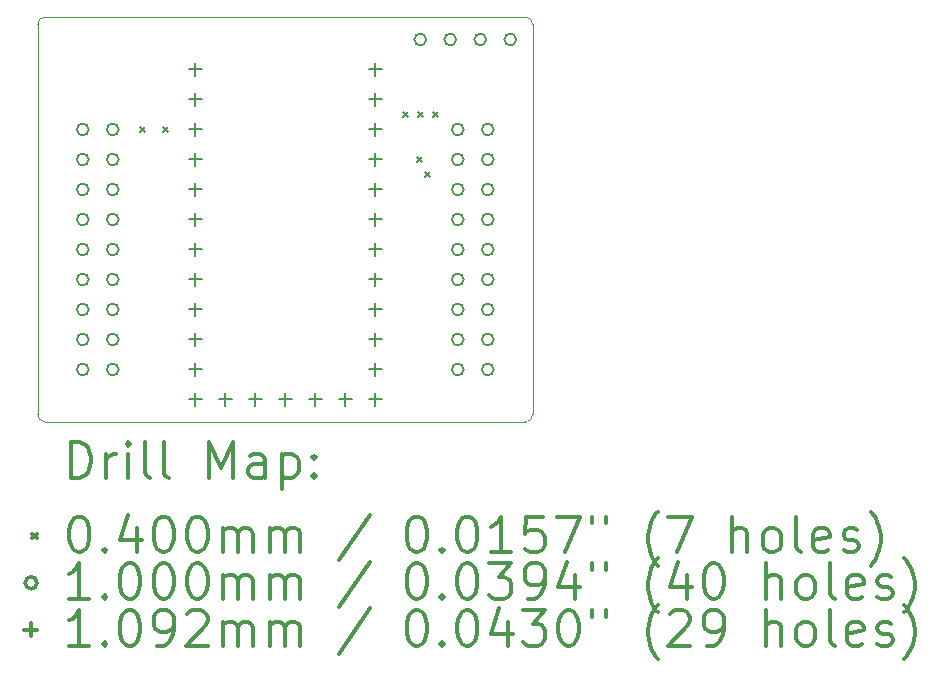
<source format=gbr>
%FSLAX45Y45*%
G04 Gerber Fmt 4.5, Leading zero omitted, Abs format (unit mm)*
G04 Created by KiCad (PCBNEW (5.1.12-1-10_14)) date 2021-11-21 00:24:22*
%MOMM*%
%LPD*%
G01*
G04 APERTURE LIST*
%TA.AperFunction,Profile*%
%ADD10C,0.120000*%
%TD*%
%ADD11C,0.200000*%
%ADD12C,0.300000*%
G04 APERTURE END LIST*
D10*
X16002000Y-4508500D02*
G75*
G02*
X16065500Y-4572000I0J-63500D01*
G01*
X16065500Y-7874000D02*
G75*
G02*
X16002000Y-7937500I-63500J0D01*
G01*
X11874500Y-4572000D02*
G75*
G02*
X11938000Y-4508500I63500J0D01*
G01*
X11938000Y-7937500D02*
G75*
G02*
X11874500Y-7874000I0J63500D01*
G01*
X11874500Y-7874000D02*
X11874500Y-4572000D01*
X16002000Y-7937500D02*
X11938000Y-7937500D01*
X16065500Y-4572000D02*
X16065500Y-7874000D01*
X11938000Y-4508500D02*
X16002000Y-4508500D01*
D11*
X12743500Y-5441000D02*
X12783500Y-5481000D01*
X12783500Y-5441000D02*
X12743500Y-5481000D01*
X12934000Y-5441000D02*
X12974000Y-5481000D01*
X12974000Y-5441000D02*
X12934000Y-5481000D01*
X14966000Y-5314000D02*
X15006000Y-5354000D01*
X15006000Y-5314000D02*
X14966000Y-5354000D01*
X15083999Y-5695000D02*
X15123999Y-5735000D01*
X15123999Y-5695000D02*
X15083999Y-5735000D01*
X15093000Y-5314000D02*
X15133000Y-5354000D01*
X15133000Y-5314000D02*
X15093000Y-5354000D01*
X15156496Y-5822000D02*
X15196496Y-5862000D01*
X15196496Y-5822000D02*
X15156496Y-5862000D01*
X15220000Y-5314000D02*
X15260000Y-5354000D01*
X15260000Y-5314000D02*
X15220000Y-5354000D01*
X12305500Y-5461000D02*
G75*
G03*
X12305500Y-5461000I-50000J0D01*
G01*
X12305500Y-5715000D02*
G75*
G03*
X12305500Y-5715000I-50000J0D01*
G01*
X12305500Y-5969000D02*
G75*
G03*
X12305500Y-5969000I-50000J0D01*
G01*
X12305500Y-6223000D02*
G75*
G03*
X12305500Y-6223000I-50000J0D01*
G01*
X12305500Y-6477000D02*
G75*
G03*
X12305500Y-6477000I-50000J0D01*
G01*
X12305500Y-6731000D02*
G75*
G03*
X12305500Y-6731000I-50000J0D01*
G01*
X12305500Y-6985000D02*
G75*
G03*
X12305500Y-6985000I-50000J0D01*
G01*
X12305500Y-7239000D02*
G75*
G03*
X12305500Y-7239000I-50000J0D01*
G01*
X12305500Y-7493000D02*
G75*
G03*
X12305500Y-7493000I-50000J0D01*
G01*
X12559500Y-5461000D02*
G75*
G03*
X12559500Y-5461000I-50000J0D01*
G01*
X12559500Y-5715000D02*
G75*
G03*
X12559500Y-5715000I-50000J0D01*
G01*
X12559500Y-5969000D02*
G75*
G03*
X12559500Y-5969000I-50000J0D01*
G01*
X12559500Y-6223000D02*
G75*
G03*
X12559500Y-6223000I-50000J0D01*
G01*
X12559500Y-6477000D02*
G75*
G03*
X12559500Y-6477000I-50000J0D01*
G01*
X12559500Y-6731000D02*
G75*
G03*
X12559500Y-6731000I-50000J0D01*
G01*
X12559500Y-6985000D02*
G75*
G03*
X12559500Y-6985000I-50000J0D01*
G01*
X12559500Y-7239000D02*
G75*
G03*
X12559500Y-7239000I-50000J0D01*
G01*
X12559500Y-7493000D02*
G75*
G03*
X12559500Y-7493000I-50000J0D01*
G01*
X15163000Y-4699000D02*
G75*
G03*
X15163000Y-4699000I-50000J0D01*
G01*
X15417000Y-4699000D02*
G75*
G03*
X15417000Y-4699000I-50000J0D01*
G01*
X15480500Y-5461000D02*
G75*
G03*
X15480500Y-5461000I-50000J0D01*
G01*
X15480500Y-5715000D02*
G75*
G03*
X15480500Y-5715000I-50000J0D01*
G01*
X15480500Y-5969000D02*
G75*
G03*
X15480500Y-5969000I-50000J0D01*
G01*
X15480500Y-6223000D02*
G75*
G03*
X15480500Y-6223000I-50000J0D01*
G01*
X15480500Y-6477000D02*
G75*
G03*
X15480500Y-6477000I-50000J0D01*
G01*
X15480500Y-6731000D02*
G75*
G03*
X15480500Y-6731000I-50000J0D01*
G01*
X15480500Y-6985000D02*
G75*
G03*
X15480500Y-6985000I-50000J0D01*
G01*
X15480500Y-7239000D02*
G75*
G03*
X15480500Y-7239000I-50000J0D01*
G01*
X15480500Y-7493000D02*
G75*
G03*
X15480500Y-7493000I-50000J0D01*
G01*
X15671000Y-4699000D02*
G75*
G03*
X15671000Y-4699000I-50000J0D01*
G01*
X15734500Y-5461000D02*
G75*
G03*
X15734500Y-5461000I-50000J0D01*
G01*
X15734500Y-5715000D02*
G75*
G03*
X15734500Y-5715000I-50000J0D01*
G01*
X15734500Y-5969000D02*
G75*
G03*
X15734500Y-5969000I-50000J0D01*
G01*
X15734500Y-6223000D02*
G75*
G03*
X15734500Y-6223000I-50000J0D01*
G01*
X15734500Y-6477000D02*
G75*
G03*
X15734500Y-6477000I-50000J0D01*
G01*
X15734500Y-6731000D02*
G75*
G03*
X15734500Y-6731000I-50000J0D01*
G01*
X15734500Y-6985000D02*
G75*
G03*
X15734500Y-6985000I-50000J0D01*
G01*
X15734500Y-7239000D02*
G75*
G03*
X15734500Y-7239000I-50000J0D01*
G01*
X15734500Y-7493000D02*
G75*
G03*
X15734500Y-7493000I-50000J0D01*
G01*
X15925000Y-4699000D02*
G75*
G03*
X15925000Y-4699000I-50000J0D01*
G01*
X13208000Y-4898390D02*
X13208000Y-5007610D01*
X13153390Y-4953000D02*
X13262610Y-4953000D01*
X13208000Y-5152390D02*
X13208000Y-5261610D01*
X13153390Y-5207000D02*
X13262610Y-5207000D01*
X13208000Y-5406390D02*
X13208000Y-5515610D01*
X13153390Y-5461000D02*
X13262610Y-5461000D01*
X13208000Y-5660390D02*
X13208000Y-5769610D01*
X13153390Y-5715000D02*
X13262610Y-5715000D01*
X13208000Y-5914390D02*
X13208000Y-6023610D01*
X13153390Y-5969000D02*
X13262610Y-5969000D01*
X13208000Y-6168390D02*
X13208000Y-6277610D01*
X13153390Y-6223000D02*
X13262610Y-6223000D01*
X13208000Y-6422390D02*
X13208000Y-6531610D01*
X13153390Y-6477000D02*
X13262610Y-6477000D01*
X13208000Y-6676390D02*
X13208000Y-6785610D01*
X13153390Y-6731000D02*
X13262610Y-6731000D01*
X13208000Y-6930390D02*
X13208000Y-7039610D01*
X13153390Y-6985000D02*
X13262610Y-6985000D01*
X13208000Y-7184390D02*
X13208000Y-7293610D01*
X13153390Y-7239000D02*
X13262610Y-7239000D01*
X13208000Y-7438390D02*
X13208000Y-7547610D01*
X13153390Y-7493000D02*
X13262610Y-7493000D01*
X13208000Y-7692390D02*
X13208000Y-7801610D01*
X13153390Y-7747000D02*
X13262610Y-7747000D01*
X13462000Y-7692390D02*
X13462000Y-7801610D01*
X13407390Y-7747000D02*
X13516610Y-7747000D01*
X13716000Y-7692390D02*
X13716000Y-7801610D01*
X13661390Y-7747000D02*
X13770610Y-7747000D01*
X13970000Y-7692390D02*
X13970000Y-7801610D01*
X13915390Y-7747000D02*
X14024610Y-7747000D01*
X14224000Y-7692390D02*
X14224000Y-7801610D01*
X14169390Y-7747000D02*
X14278610Y-7747000D01*
X14478000Y-7692390D02*
X14478000Y-7801610D01*
X14423390Y-7747000D02*
X14532610Y-7747000D01*
X14732000Y-4898390D02*
X14732000Y-5007610D01*
X14677390Y-4953000D02*
X14786610Y-4953000D01*
X14732000Y-5152390D02*
X14732000Y-5261610D01*
X14677390Y-5207000D02*
X14786610Y-5207000D01*
X14732000Y-5406390D02*
X14732000Y-5515610D01*
X14677390Y-5461000D02*
X14786610Y-5461000D01*
X14732000Y-5660390D02*
X14732000Y-5769610D01*
X14677390Y-5715000D02*
X14786610Y-5715000D01*
X14732000Y-5914390D02*
X14732000Y-6023610D01*
X14677390Y-5969000D02*
X14786610Y-5969000D01*
X14732000Y-6168390D02*
X14732000Y-6277610D01*
X14677390Y-6223000D02*
X14786610Y-6223000D01*
X14732000Y-6422390D02*
X14732000Y-6531610D01*
X14677390Y-6477000D02*
X14786610Y-6477000D01*
X14732000Y-6676390D02*
X14732000Y-6785610D01*
X14677390Y-6731000D02*
X14786610Y-6731000D01*
X14732000Y-6930390D02*
X14732000Y-7039610D01*
X14677390Y-6985000D02*
X14786610Y-6985000D01*
X14732000Y-7184390D02*
X14732000Y-7293610D01*
X14677390Y-7239000D02*
X14786610Y-7239000D01*
X14732000Y-7438390D02*
X14732000Y-7547610D01*
X14677390Y-7493000D02*
X14786610Y-7493000D01*
X14732000Y-7692390D02*
X14732000Y-7801610D01*
X14677390Y-7747000D02*
X14786610Y-7747000D01*
D12*
X12154928Y-8409214D02*
X12154928Y-8109214D01*
X12226357Y-8109214D01*
X12269214Y-8123500D01*
X12297786Y-8152071D01*
X12312071Y-8180643D01*
X12326357Y-8237786D01*
X12326357Y-8280643D01*
X12312071Y-8337786D01*
X12297786Y-8366357D01*
X12269214Y-8394929D01*
X12226357Y-8409214D01*
X12154928Y-8409214D01*
X12454928Y-8409214D02*
X12454928Y-8209214D01*
X12454928Y-8266357D02*
X12469214Y-8237786D01*
X12483500Y-8223500D01*
X12512071Y-8209214D01*
X12540643Y-8209214D01*
X12640643Y-8409214D02*
X12640643Y-8209214D01*
X12640643Y-8109214D02*
X12626357Y-8123500D01*
X12640643Y-8137786D01*
X12654928Y-8123500D01*
X12640643Y-8109214D01*
X12640643Y-8137786D01*
X12826357Y-8409214D02*
X12797786Y-8394929D01*
X12783500Y-8366357D01*
X12783500Y-8109214D01*
X12983500Y-8409214D02*
X12954928Y-8394929D01*
X12940643Y-8366357D01*
X12940643Y-8109214D01*
X13326357Y-8409214D02*
X13326357Y-8109214D01*
X13426357Y-8323500D01*
X13526357Y-8109214D01*
X13526357Y-8409214D01*
X13797786Y-8409214D02*
X13797786Y-8252071D01*
X13783500Y-8223500D01*
X13754928Y-8209214D01*
X13697786Y-8209214D01*
X13669214Y-8223500D01*
X13797786Y-8394929D02*
X13769214Y-8409214D01*
X13697786Y-8409214D01*
X13669214Y-8394929D01*
X13654928Y-8366357D01*
X13654928Y-8337786D01*
X13669214Y-8309214D01*
X13697786Y-8294929D01*
X13769214Y-8294929D01*
X13797786Y-8280643D01*
X13940643Y-8209214D02*
X13940643Y-8509214D01*
X13940643Y-8223500D02*
X13969214Y-8209214D01*
X14026357Y-8209214D01*
X14054928Y-8223500D01*
X14069214Y-8237786D01*
X14083500Y-8266357D01*
X14083500Y-8352071D01*
X14069214Y-8380643D01*
X14054928Y-8394929D01*
X14026357Y-8409214D01*
X13969214Y-8409214D01*
X13940643Y-8394929D01*
X14212071Y-8380643D02*
X14226357Y-8394929D01*
X14212071Y-8409214D01*
X14197786Y-8394929D01*
X14212071Y-8380643D01*
X14212071Y-8409214D01*
X14212071Y-8223500D02*
X14226357Y-8237786D01*
X14212071Y-8252071D01*
X14197786Y-8237786D01*
X14212071Y-8223500D01*
X14212071Y-8252071D01*
X11828500Y-8883500D02*
X11868500Y-8923500D01*
X11868500Y-8883500D02*
X11828500Y-8923500D01*
X12212071Y-8739214D02*
X12240643Y-8739214D01*
X12269214Y-8753500D01*
X12283500Y-8767786D01*
X12297786Y-8796357D01*
X12312071Y-8853500D01*
X12312071Y-8924929D01*
X12297786Y-8982072D01*
X12283500Y-9010643D01*
X12269214Y-9024929D01*
X12240643Y-9039214D01*
X12212071Y-9039214D01*
X12183500Y-9024929D01*
X12169214Y-9010643D01*
X12154928Y-8982072D01*
X12140643Y-8924929D01*
X12140643Y-8853500D01*
X12154928Y-8796357D01*
X12169214Y-8767786D01*
X12183500Y-8753500D01*
X12212071Y-8739214D01*
X12440643Y-9010643D02*
X12454928Y-9024929D01*
X12440643Y-9039214D01*
X12426357Y-9024929D01*
X12440643Y-9010643D01*
X12440643Y-9039214D01*
X12712071Y-8839214D02*
X12712071Y-9039214D01*
X12640643Y-8724929D02*
X12569214Y-8939214D01*
X12754928Y-8939214D01*
X12926357Y-8739214D02*
X12954928Y-8739214D01*
X12983500Y-8753500D01*
X12997786Y-8767786D01*
X13012071Y-8796357D01*
X13026357Y-8853500D01*
X13026357Y-8924929D01*
X13012071Y-8982072D01*
X12997786Y-9010643D01*
X12983500Y-9024929D01*
X12954928Y-9039214D01*
X12926357Y-9039214D01*
X12897786Y-9024929D01*
X12883500Y-9010643D01*
X12869214Y-8982072D01*
X12854928Y-8924929D01*
X12854928Y-8853500D01*
X12869214Y-8796357D01*
X12883500Y-8767786D01*
X12897786Y-8753500D01*
X12926357Y-8739214D01*
X13212071Y-8739214D02*
X13240643Y-8739214D01*
X13269214Y-8753500D01*
X13283500Y-8767786D01*
X13297786Y-8796357D01*
X13312071Y-8853500D01*
X13312071Y-8924929D01*
X13297786Y-8982072D01*
X13283500Y-9010643D01*
X13269214Y-9024929D01*
X13240643Y-9039214D01*
X13212071Y-9039214D01*
X13183500Y-9024929D01*
X13169214Y-9010643D01*
X13154928Y-8982072D01*
X13140643Y-8924929D01*
X13140643Y-8853500D01*
X13154928Y-8796357D01*
X13169214Y-8767786D01*
X13183500Y-8753500D01*
X13212071Y-8739214D01*
X13440643Y-9039214D02*
X13440643Y-8839214D01*
X13440643Y-8867786D02*
X13454928Y-8853500D01*
X13483500Y-8839214D01*
X13526357Y-8839214D01*
X13554928Y-8853500D01*
X13569214Y-8882072D01*
X13569214Y-9039214D01*
X13569214Y-8882072D02*
X13583500Y-8853500D01*
X13612071Y-8839214D01*
X13654928Y-8839214D01*
X13683500Y-8853500D01*
X13697786Y-8882072D01*
X13697786Y-9039214D01*
X13840643Y-9039214D02*
X13840643Y-8839214D01*
X13840643Y-8867786D02*
X13854928Y-8853500D01*
X13883500Y-8839214D01*
X13926357Y-8839214D01*
X13954928Y-8853500D01*
X13969214Y-8882072D01*
X13969214Y-9039214D01*
X13969214Y-8882072D02*
X13983500Y-8853500D01*
X14012071Y-8839214D01*
X14054928Y-8839214D01*
X14083500Y-8853500D01*
X14097786Y-8882072D01*
X14097786Y-9039214D01*
X14683500Y-8724929D02*
X14426357Y-9110643D01*
X15069214Y-8739214D02*
X15097786Y-8739214D01*
X15126357Y-8753500D01*
X15140643Y-8767786D01*
X15154928Y-8796357D01*
X15169214Y-8853500D01*
X15169214Y-8924929D01*
X15154928Y-8982072D01*
X15140643Y-9010643D01*
X15126357Y-9024929D01*
X15097786Y-9039214D01*
X15069214Y-9039214D01*
X15040643Y-9024929D01*
X15026357Y-9010643D01*
X15012071Y-8982072D01*
X14997786Y-8924929D01*
X14997786Y-8853500D01*
X15012071Y-8796357D01*
X15026357Y-8767786D01*
X15040643Y-8753500D01*
X15069214Y-8739214D01*
X15297786Y-9010643D02*
X15312071Y-9024929D01*
X15297786Y-9039214D01*
X15283500Y-9024929D01*
X15297786Y-9010643D01*
X15297786Y-9039214D01*
X15497786Y-8739214D02*
X15526357Y-8739214D01*
X15554928Y-8753500D01*
X15569214Y-8767786D01*
X15583500Y-8796357D01*
X15597786Y-8853500D01*
X15597786Y-8924929D01*
X15583500Y-8982072D01*
X15569214Y-9010643D01*
X15554928Y-9024929D01*
X15526357Y-9039214D01*
X15497786Y-9039214D01*
X15469214Y-9024929D01*
X15454928Y-9010643D01*
X15440643Y-8982072D01*
X15426357Y-8924929D01*
X15426357Y-8853500D01*
X15440643Y-8796357D01*
X15454928Y-8767786D01*
X15469214Y-8753500D01*
X15497786Y-8739214D01*
X15883500Y-9039214D02*
X15712071Y-9039214D01*
X15797786Y-9039214D02*
X15797786Y-8739214D01*
X15769214Y-8782072D01*
X15740643Y-8810643D01*
X15712071Y-8824929D01*
X16154928Y-8739214D02*
X16012071Y-8739214D01*
X15997786Y-8882072D01*
X16012071Y-8867786D01*
X16040643Y-8853500D01*
X16112071Y-8853500D01*
X16140643Y-8867786D01*
X16154928Y-8882072D01*
X16169214Y-8910643D01*
X16169214Y-8982072D01*
X16154928Y-9010643D01*
X16140643Y-9024929D01*
X16112071Y-9039214D01*
X16040643Y-9039214D01*
X16012071Y-9024929D01*
X15997786Y-9010643D01*
X16269214Y-8739214D02*
X16469214Y-8739214D01*
X16340643Y-9039214D01*
X16569214Y-8739214D02*
X16569214Y-8796357D01*
X16683500Y-8739214D02*
X16683500Y-8796357D01*
X17126357Y-9153500D02*
X17112071Y-9139214D01*
X17083500Y-9096357D01*
X17069214Y-9067786D01*
X17054928Y-9024929D01*
X17040643Y-8953500D01*
X17040643Y-8896357D01*
X17054928Y-8824929D01*
X17069214Y-8782072D01*
X17083500Y-8753500D01*
X17112071Y-8710643D01*
X17126357Y-8696357D01*
X17212071Y-8739214D02*
X17412071Y-8739214D01*
X17283500Y-9039214D01*
X17754928Y-9039214D02*
X17754928Y-8739214D01*
X17883500Y-9039214D02*
X17883500Y-8882072D01*
X17869214Y-8853500D01*
X17840643Y-8839214D01*
X17797786Y-8839214D01*
X17769214Y-8853500D01*
X17754928Y-8867786D01*
X18069214Y-9039214D02*
X18040643Y-9024929D01*
X18026357Y-9010643D01*
X18012071Y-8982072D01*
X18012071Y-8896357D01*
X18026357Y-8867786D01*
X18040643Y-8853500D01*
X18069214Y-8839214D01*
X18112071Y-8839214D01*
X18140643Y-8853500D01*
X18154928Y-8867786D01*
X18169214Y-8896357D01*
X18169214Y-8982072D01*
X18154928Y-9010643D01*
X18140643Y-9024929D01*
X18112071Y-9039214D01*
X18069214Y-9039214D01*
X18340643Y-9039214D02*
X18312071Y-9024929D01*
X18297786Y-8996357D01*
X18297786Y-8739214D01*
X18569214Y-9024929D02*
X18540643Y-9039214D01*
X18483500Y-9039214D01*
X18454928Y-9024929D01*
X18440643Y-8996357D01*
X18440643Y-8882072D01*
X18454928Y-8853500D01*
X18483500Y-8839214D01*
X18540643Y-8839214D01*
X18569214Y-8853500D01*
X18583500Y-8882072D01*
X18583500Y-8910643D01*
X18440643Y-8939214D01*
X18697786Y-9024929D02*
X18726357Y-9039214D01*
X18783500Y-9039214D01*
X18812071Y-9024929D01*
X18826357Y-8996357D01*
X18826357Y-8982072D01*
X18812071Y-8953500D01*
X18783500Y-8939214D01*
X18740643Y-8939214D01*
X18712071Y-8924929D01*
X18697786Y-8896357D01*
X18697786Y-8882072D01*
X18712071Y-8853500D01*
X18740643Y-8839214D01*
X18783500Y-8839214D01*
X18812071Y-8853500D01*
X18926357Y-9153500D02*
X18940643Y-9139214D01*
X18969214Y-9096357D01*
X18983500Y-9067786D01*
X18997786Y-9024929D01*
X19012071Y-8953500D01*
X19012071Y-8896357D01*
X18997786Y-8824929D01*
X18983500Y-8782072D01*
X18969214Y-8753500D01*
X18940643Y-8710643D01*
X18926357Y-8696357D01*
X11868500Y-9299500D02*
G75*
G03*
X11868500Y-9299500I-50000J0D01*
G01*
X12312071Y-9435214D02*
X12140643Y-9435214D01*
X12226357Y-9435214D02*
X12226357Y-9135214D01*
X12197786Y-9178072D01*
X12169214Y-9206643D01*
X12140643Y-9220929D01*
X12440643Y-9406643D02*
X12454928Y-9420929D01*
X12440643Y-9435214D01*
X12426357Y-9420929D01*
X12440643Y-9406643D01*
X12440643Y-9435214D01*
X12640643Y-9135214D02*
X12669214Y-9135214D01*
X12697786Y-9149500D01*
X12712071Y-9163786D01*
X12726357Y-9192357D01*
X12740643Y-9249500D01*
X12740643Y-9320929D01*
X12726357Y-9378072D01*
X12712071Y-9406643D01*
X12697786Y-9420929D01*
X12669214Y-9435214D01*
X12640643Y-9435214D01*
X12612071Y-9420929D01*
X12597786Y-9406643D01*
X12583500Y-9378072D01*
X12569214Y-9320929D01*
X12569214Y-9249500D01*
X12583500Y-9192357D01*
X12597786Y-9163786D01*
X12612071Y-9149500D01*
X12640643Y-9135214D01*
X12926357Y-9135214D02*
X12954928Y-9135214D01*
X12983500Y-9149500D01*
X12997786Y-9163786D01*
X13012071Y-9192357D01*
X13026357Y-9249500D01*
X13026357Y-9320929D01*
X13012071Y-9378072D01*
X12997786Y-9406643D01*
X12983500Y-9420929D01*
X12954928Y-9435214D01*
X12926357Y-9435214D01*
X12897786Y-9420929D01*
X12883500Y-9406643D01*
X12869214Y-9378072D01*
X12854928Y-9320929D01*
X12854928Y-9249500D01*
X12869214Y-9192357D01*
X12883500Y-9163786D01*
X12897786Y-9149500D01*
X12926357Y-9135214D01*
X13212071Y-9135214D02*
X13240643Y-9135214D01*
X13269214Y-9149500D01*
X13283500Y-9163786D01*
X13297786Y-9192357D01*
X13312071Y-9249500D01*
X13312071Y-9320929D01*
X13297786Y-9378072D01*
X13283500Y-9406643D01*
X13269214Y-9420929D01*
X13240643Y-9435214D01*
X13212071Y-9435214D01*
X13183500Y-9420929D01*
X13169214Y-9406643D01*
X13154928Y-9378072D01*
X13140643Y-9320929D01*
X13140643Y-9249500D01*
X13154928Y-9192357D01*
X13169214Y-9163786D01*
X13183500Y-9149500D01*
X13212071Y-9135214D01*
X13440643Y-9435214D02*
X13440643Y-9235214D01*
X13440643Y-9263786D02*
X13454928Y-9249500D01*
X13483500Y-9235214D01*
X13526357Y-9235214D01*
X13554928Y-9249500D01*
X13569214Y-9278072D01*
X13569214Y-9435214D01*
X13569214Y-9278072D02*
X13583500Y-9249500D01*
X13612071Y-9235214D01*
X13654928Y-9235214D01*
X13683500Y-9249500D01*
X13697786Y-9278072D01*
X13697786Y-9435214D01*
X13840643Y-9435214D02*
X13840643Y-9235214D01*
X13840643Y-9263786D02*
X13854928Y-9249500D01*
X13883500Y-9235214D01*
X13926357Y-9235214D01*
X13954928Y-9249500D01*
X13969214Y-9278072D01*
X13969214Y-9435214D01*
X13969214Y-9278072D02*
X13983500Y-9249500D01*
X14012071Y-9235214D01*
X14054928Y-9235214D01*
X14083500Y-9249500D01*
X14097786Y-9278072D01*
X14097786Y-9435214D01*
X14683500Y-9120929D02*
X14426357Y-9506643D01*
X15069214Y-9135214D02*
X15097786Y-9135214D01*
X15126357Y-9149500D01*
X15140643Y-9163786D01*
X15154928Y-9192357D01*
X15169214Y-9249500D01*
X15169214Y-9320929D01*
X15154928Y-9378072D01*
X15140643Y-9406643D01*
X15126357Y-9420929D01*
X15097786Y-9435214D01*
X15069214Y-9435214D01*
X15040643Y-9420929D01*
X15026357Y-9406643D01*
X15012071Y-9378072D01*
X14997786Y-9320929D01*
X14997786Y-9249500D01*
X15012071Y-9192357D01*
X15026357Y-9163786D01*
X15040643Y-9149500D01*
X15069214Y-9135214D01*
X15297786Y-9406643D02*
X15312071Y-9420929D01*
X15297786Y-9435214D01*
X15283500Y-9420929D01*
X15297786Y-9406643D01*
X15297786Y-9435214D01*
X15497786Y-9135214D02*
X15526357Y-9135214D01*
X15554928Y-9149500D01*
X15569214Y-9163786D01*
X15583500Y-9192357D01*
X15597786Y-9249500D01*
X15597786Y-9320929D01*
X15583500Y-9378072D01*
X15569214Y-9406643D01*
X15554928Y-9420929D01*
X15526357Y-9435214D01*
X15497786Y-9435214D01*
X15469214Y-9420929D01*
X15454928Y-9406643D01*
X15440643Y-9378072D01*
X15426357Y-9320929D01*
X15426357Y-9249500D01*
X15440643Y-9192357D01*
X15454928Y-9163786D01*
X15469214Y-9149500D01*
X15497786Y-9135214D01*
X15697786Y-9135214D02*
X15883500Y-9135214D01*
X15783500Y-9249500D01*
X15826357Y-9249500D01*
X15854928Y-9263786D01*
X15869214Y-9278072D01*
X15883500Y-9306643D01*
X15883500Y-9378072D01*
X15869214Y-9406643D01*
X15854928Y-9420929D01*
X15826357Y-9435214D01*
X15740643Y-9435214D01*
X15712071Y-9420929D01*
X15697786Y-9406643D01*
X16026357Y-9435214D02*
X16083500Y-9435214D01*
X16112071Y-9420929D01*
X16126357Y-9406643D01*
X16154928Y-9363786D01*
X16169214Y-9306643D01*
X16169214Y-9192357D01*
X16154928Y-9163786D01*
X16140643Y-9149500D01*
X16112071Y-9135214D01*
X16054928Y-9135214D01*
X16026357Y-9149500D01*
X16012071Y-9163786D01*
X15997786Y-9192357D01*
X15997786Y-9263786D01*
X16012071Y-9292357D01*
X16026357Y-9306643D01*
X16054928Y-9320929D01*
X16112071Y-9320929D01*
X16140643Y-9306643D01*
X16154928Y-9292357D01*
X16169214Y-9263786D01*
X16426357Y-9235214D02*
X16426357Y-9435214D01*
X16354928Y-9120929D02*
X16283500Y-9335214D01*
X16469214Y-9335214D01*
X16569214Y-9135214D02*
X16569214Y-9192357D01*
X16683500Y-9135214D02*
X16683500Y-9192357D01*
X17126357Y-9549500D02*
X17112071Y-9535214D01*
X17083500Y-9492357D01*
X17069214Y-9463786D01*
X17054928Y-9420929D01*
X17040643Y-9349500D01*
X17040643Y-9292357D01*
X17054928Y-9220929D01*
X17069214Y-9178072D01*
X17083500Y-9149500D01*
X17112071Y-9106643D01*
X17126357Y-9092357D01*
X17369214Y-9235214D02*
X17369214Y-9435214D01*
X17297786Y-9120929D02*
X17226357Y-9335214D01*
X17412071Y-9335214D01*
X17583500Y-9135214D02*
X17612071Y-9135214D01*
X17640643Y-9149500D01*
X17654928Y-9163786D01*
X17669214Y-9192357D01*
X17683500Y-9249500D01*
X17683500Y-9320929D01*
X17669214Y-9378072D01*
X17654928Y-9406643D01*
X17640643Y-9420929D01*
X17612071Y-9435214D01*
X17583500Y-9435214D01*
X17554928Y-9420929D01*
X17540643Y-9406643D01*
X17526357Y-9378072D01*
X17512071Y-9320929D01*
X17512071Y-9249500D01*
X17526357Y-9192357D01*
X17540643Y-9163786D01*
X17554928Y-9149500D01*
X17583500Y-9135214D01*
X18040643Y-9435214D02*
X18040643Y-9135214D01*
X18169214Y-9435214D02*
X18169214Y-9278072D01*
X18154928Y-9249500D01*
X18126357Y-9235214D01*
X18083500Y-9235214D01*
X18054928Y-9249500D01*
X18040643Y-9263786D01*
X18354928Y-9435214D02*
X18326357Y-9420929D01*
X18312071Y-9406643D01*
X18297786Y-9378072D01*
X18297786Y-9292357D01*
X18312071Y-9263786D01*
X18326357Y-9249500D01*
X18354928Y-9235214D01*
X18397786Y-9235214D01*
X18426357Y-9249500D01*
X18440643Y-9263786D01*
X18454928Y-9292357D01*
X18454928Y-9378072D01*
X18440643Y-9406643D01*
X18426357Y-9420929D01*
X18397786Y-9435214D01*
X18354928Y-9435214D01*
X18626357Y-9435214D02*
X18597786Y-9420929D01*
X18583500Y-9392357D01*
X18583500Y-9135214D01*
X18854928Y-9420929D02*
X18826357Y-9435214D01*
X18769214Y-9435214D01*
X18740643Y-9420929D01*
X18726357Y-9392357D01*
X18726357Y-9278072D01*
X18740643Y-9249500D01*
X18769214Y-9235214D01*
X18826357Y-9235214D01*
X18854928Y-9249500D01*
X18869214Y-9278072D01*
X18869214Y-9306643D01*
X18726357Y-9335214D01*
X18983500Y-9420929D02*
X19012071Y-9435214D01*
X19069214Y-9435214D01*
X19097786Y-9420929D01*
X19112071Y-9392357D01*
X19112071Y-9378072D01*
X19097786Y-9349500D01*
X19069214Y-9335214D01*
X19026357Y-9335214D01*
X18997786Y-9320929D01*
X18983500Y-9292357D01*
X18983500Y-9278072D01*
X18997786Y-9249500D01*
X19026357Y-9235214D01*
X19069214Y-9235214D01*
X19097786Y-9249500D01*
X19212071Y-9549500D02*
X19226357Y-9535214D01*
X19254928Y-9492357D01*
X19269214Y-9463786D01*
X19283500Y-9420929D01*
X19297786Y-9349500D01*
X19297786Y-9292357D01*
X19283500Y-9220929D01*
X19269214Y-9178072D01*
X19254928Y-9149500D01*
X19226357Y-9106643D01*
X19212071Y-9092357D01*
X11813890Y-9640890D02*
X11813890Y-9750110D01*
X11759280Y-9695500D02*
X11868500Y-9695500D01*
X12312071Y-9831214D02*
X12140643Y-9831214D01*
X12226357Y-9831214D02*
X12226357Y-9531214D01*
X12197786Y-9574072D01*
X12169214Y-9602643D01*
X12140643Y-9616929D01*
X12440643Y-9802643D02*
X12454928Y-9816929D01*
X12440643Y-9831214D01*
X12426357Y-9816929D01*
X12440643Y-9802643D01*
X12440643Y-9831214D01*
X12640643Y-9531214D02*
X12669214Y-9531214D01*
X12697786Y-9545500D01*
X12712071Y-9559786D01*
X12726357Y-9588357D01*
X12740643Y-9645500D01*
X12740643Y-9716929D01*
X12726357Y-9774072D01*
X12712071Y-9802643D01*
X12697786Y-9816929D01*
X12669214Y-9831214D01*
X12640643Y-9831214D01*
X12612071Y-9816929D01*
X12597786Y-9802643D01*
X12583500Y-9774072D01*
X12569214Y-9716929D01*
X12569214Y-9645500D01*
X12583500Y-9588357D01*
X12597786Y-9559786D01*
X12612071Y-9545500D01*
X12640643Y-9531214D01*
X12883500Y-9831214D02*
X12940643Y-9831214D01*
X12969214Y-9816929D01*
X12983500Y-9802643D01*
X13012071Y-9759786D01*
X13026357Y-9702643D01*
X13026357Y-9588357D01*
X13012071Y-9559786D01*
X12997786Y-9545500D01*
X12969214Y-9531214D01*
X12912071Y-9531214D01*
X12883500Y-9545500D01*
X12869214Y-9559786D01*
X12854928Y-9588357D01*
X12854928Y-9659786D01*
X12869214Y-9688357D01*
X12883500Y-9702643D01*
X12912071Y-9716929D01*
X12969214Y-9716929D01*
X12997786Y-9702643D01*
X13012071Y-9688357D01*
X13026357Y-9659786D01*
X13140643Y-9559786D02*
X13154928Y-9545500D01*
X13183500Y-9531214D01*
X13254928Y-9531214D01*
X13283500Y-9545500D01*
X13297786Y-9559786D01*
X13312071Y-9588357D01*
X13312071Y-9616929D01*
X13297786Y-9659786D01*
X13126357Y-9831214D01*
X13312071Y-9831214D01*
X13440643Y-9831214D02*
X13440643Y-9631214D01*
X13440643Y-9659786D02*
X13454928Y-9645500D01*
X13483500Y-9631214D01*
X13526357Y-9631214D01*
X13554928Y-9645500D01*
X13569214Y-9674072D01*
X13569214Y-9831214D01*
X13569214Y-9674072D02*
X13583500Y-9645500D01*
X13612071Y-9631214D01*
X13654928Y-9631214D01*
X13683500Y-9645500D01*
X13697786Y-9674072D01*
X13697786Y-9831214D01*
X13840643Y-9831214D02*
X13840643Y-9631214D01*
X13840643Y-9659786D02*
X13854928Y-9645500D01*
X13883500Y-9631214D01*
X13926357Y-9631214D01*
X13954928Y-9645500D01*
X13969214Y-9674072D01*
X13969214Y-9831214D01*
X13969214Y-9674072D02*
X13983500Y-9645500D01*
X14012071Y-9631214D01*
X14054928Y-9631214D01*
X14083500Y-9645500D01*
X14097786Y-9674072D01*
X14097786Y-9831214D01*
X14683500Y-9516929D02*
X14426357Y-9902643D01*
X15069214Y-9531214D02*
X15097786Y-9531214D01*
X15126357Y-9545500D01*
X15140643Y-9559786D01*
X15154928Y-9588357D01*
X15169214Y-9645500D01*
X15169214Y-9716929D01*
X15154928Y-9774072D01*
X15140643Y-9802643D01*
X15126357Y-9816929D01*
X15097786Y-9831214D01*
X15069214Y-9831214D01*
X15040643Y-9816929D01*
X15026357Y-9802643D01*
X15012071Y-9774072D01*
X14997786Y-9716929D01*
X14997786Y-9645500D01*
X15012071Y-9588357D01*
X15026357Y-9559786D01*
X15040643Y-9545500D01*
X15069214Y-9531214D01*
X15297786Y-9802643D02*
X15312071Y-9816929D01*
X15297786Y-9831214D01*
X15283500Y-9816929D01*
X15297786Y-9802643D01*
X15297786Y-9831214D01*
X15497786Y-9531214D02*
X15526357Y-9531214D01*
X15554928Y-9545500D01*
X15569214Y-9559786D01*
X15583500Y-9588357D01*
X15597786Y-9645500D01*
X15597786Y-9716929D01*
X15583500Y-9774072D01*
X15569214Y-9802643D01*
X15554928Y-9816929D01*
X15526357Y-9831214D01*
X15497786Y-9831214D01*
X15469214Y-9816929D01*
X15454928Y-9802643D01*
X15440643Y-9774072D01*
X15426357Y-9716929D01*
X15426357Y-9645500D01*
X15440643Y-9588357D01*
X15454928Y-9559786D01*
X15469214Y-9545500D01*
X15497786Y-9531214D01*
X15854928Y-9631214D02*
X15854928Y-9831214D01*
X15783500Y-9516929D02*
X15712071Y-9731214D01*
X15897786Y-9731214D01*
X15983500Y-9531214D02*
X16169214Y-9531214D01*
X16069214Y-9645500D01*
X16112071Y-9645500D01*
X16140643Y-9659786D01*
X16154928Y-9674072D01*
X16169214Y-9702643D01*
X16169214Y-9774072D01*
X16154928Y-9802643D01*
X16140643Y-9816929D01*
X16112071Y-9831214D01*
X16026357Y-9831214D01*
X15997786Y-9816929D01*
X15983500Y-9802643D01*
X16354928Y-9531214D02*
X16383500Y-9531214D01*
X16412071Y-9545500D01*
X16426357Y-9559786D01*
X16440643Y-9588357D01*
X16454928Y-9645500D01*
X16454928Y-9716929D01*
X16440643Y-9774072D01*
X16426357Y-9802643D01*
X16412071Y-9816929D01*
X16383500Y-9831214D01*
X16354928Y-9831214D01*
X16326357Y-9816929D01*
X16312071Y-9802643D01*
X16297786Y-9774072D01*
X16283500Y-9716929D01*
X16283500Y-9645500D01*
X16297786Y-9588357D01*
X16312071Y-9559786D01*
X16326357Y-9545500D01*
X16354928Y-9531214D01*
X16569214Y-9531214D02*
X16569214Y-9588357D01*
X16683500Y-9531214D02*
X16683500Y-9588357D01*
X17126357Y-9945500D02*
X17112071Y-9931214D01*
X17083500Y-9888357D01*
X17069214Y-9859786D01*
X17054928Y-9816929D01*
X17040643Y-9745500D01*
X17040643Y-9688357D01*
X17054928Y-9616929D01*
X17069214Y-9574072D01*
X17083500Y-9545500D01*
X17112071Y-9502643D01*
X17126357Y-9488357D01*
X17226357Y-9559786D02*
X17240643Y-9545500D01*
X17269214Y-9531214D01*
X17340643Y-9531214D01*
X17369214Y-9545500D01*
X17383500Y-9559786D01*
X17397786Y-9588357D01*
X17397786Y-9616929D01*
X17383500Y-9659786D01*
X17212071Y-9831214D01*
X17397786Y-9831214D01*
X17540643Y-9831214D02*
X17597786Y-9831214D01*
X17626357Y-9816929D01*
X17640643Y-9802643D01*
X17669214Y-9759786D01*
X17683500Y-9702643D01*
X17683500Y-9588357D01*
X17669214Y-9559786D01*
X17654928Y-9545500D01*
X17626357Y-9531214D01*
X17569214Y-9531214D01*
X17540643Y-9545500D01*
X17526357Y-9559786D01*
X17512071Y-9588357D01*
X17512071Y-9659786D01*
X17526357Y-9688357D01*
X17540643Y-9702643D01*
X17569214Y-9716929D01*
X17626357Y-9716929D01*
X17654928Y-9702643D01*
X17669214Y-9688357D01*
X17683500Y-9659786D01*
X18040643Y-9831214D02*
X18040643Y-9531214D01*
X18169214Y-9831214D02*
X18169214Y-9674072D01*
X18154928Y-9645500D01*
X18126357Y-9631214D01*
X18083500Y-9631214D01*
X18054928Y-9645500D01*
X18040643Y-9659786D01*
X18354928Y-9831214D02*
X18326357Y-9816929D01*
X18312071Y-9802643D01*
X18297786Y-9774072D01*
X18297786Y-9688357D01*
X18312071Y-9659786D01*
X18326357Y-9645500D01*
X18354928Y-9631214D01*
X18397786Y-9631214D01*
X18426357Y-9645500D01*
X18440643Y-9659786D01*
X18454928Y-9688357D01*
X18454928Y-9774072D01*
X18440643Y-9802643D01*
X18426357Y-9816929D01*
X18397786Y-9831214D01*
X18354928Y-9831214D01*
X18626357Y-9831214D02*
X18597786Y-9816929D01*
X18583500Y-9788357D01*
X18583500Y-9531214D01*
X18854928Y-9816929D02*
X18826357Y-9831214D01*
X18769214Y-9831214D01*
X18740643Y-9816929D01*
X18726357Y-9788357D01*
X18726357Y-9674072D01*
X18740643Y-9645500D01*
X18769214Y-9631214D01*
X18826357Y-9631214D01*
X18854928Y-9645500D01*
X18869214Y-9674072D01*
X18869214Y-9702643D01*
X18726357Y-9731214D01*
X18983500Y-9816929D02*
X19012071Y-9831214D01*
X19069214Y-9831214D01*
X19097786Y-9816929D01*
X19112071Y-9788357D01*
X19112071Y-9774072D01*
X19097786Y-9745500D01*
X19069214Y-9731214D01*
X19026357Y-9731214D01*
X18997786Y-9716929D01*
X18983500Y-9688357D01*
X18983500Y-9674072D01*
X18997786Y-9645500D01*
X19026357Y-9631214D01*
X19069214Y-9631214D01*
X19097786Y-9645500D01*
X19212071Y-9945500D02*
X19226357Y-9931214D01*
X19254928Y-9888357D01*
X19269214Y-9859786D01*
X19283500Y-9816929D01*
X19297786Y-9745500D01*
X19297786Y-9688357D01*
X19283500Y-9616929D01*
X19269214Y-9574072D01*
X19254928Y-9545500D01*
X19226357Y-9502643D01*
X19212071Y-9488357D01*
M02*

</source>
